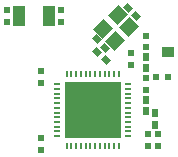
<source format=gtp>
%FSLAX24Y24*%
%MOIN*%
G70*
G01*
G75*
G04 Layer_Color=8421504*
%ADD10R,0.0197X0.0236*%
%ADD11R,0.0394X0.0709*%
%ADD12R,0.0197X0.0256*%
%ADD13R,0.0236X0.0197*%
%ADD14R,0.0400X0.0370*%
G04:AMPARAMS|DCode=15|XSize=47.2mil|YSize=43.3mil|CornerRadius=0mil|HoleSize=0mil|Usage=FLASHONLY|Rotation=225.000|XOffset=0mil|YOffset=0mil|HoleType=Round|Shape=Rectangle|*
%AMROTATEDRECTD15*
4,1,4,0.0014,0.0320,0.0320,0.0014,-0.0014,-0.0320,-0.0320,-0.0014,0.0014,0.0320,0.0*
%
%ADD15ROTATEDRECTD15*%

%ADD16O,0.0256X0.0079*%
%ADD17O,0.0079X0.0256*%
%ADD18R,0.1850X0.1850*%
G04:AMPARAMS|DCode=19|XSize=19.7mil|YSize=23.6mil|CornerRadius=0mil|HoleSize=0mil|Usage=FLASHONLY|Rotation=225.000|XOffset=0mil|YOffset=0mil|HoleType=Round|Shape=Rectangle|*
%AMROTATEDRECTD19*
4,1,4,-0.0014,0.0153,0.0153,-0.0014,0.0014,-0.0153,-0.0153,0.0014,-0.0014,0.0153,0.0*
%
%ADD19ROTATEDRECTD19*%

%ADD20C,0.0060*%
%ADD21C,0.0370*%
%ADD22C,0.0080*%
%ADD23C,0.0090*%
%ADD24C,0.0240*%
%ADD25C,0.0260*%
%ADD26C,0.0098*%
%ADD27C,0.0079*%
%ADD28C,0.0050*%
D10*
X-1050Y2943D02*
D03*
Y3337D02*
D03*
X-2850Y2943D02*
D03*
Y3337D02*
D03*
X1790Y2487D02*
D03*
Y2093D02*
D03*
Y1067D02*
D03*
Y673D02*
D03*
X2170Y-1197D02*
D03*
Y-803D02*
D03*
X1840D02*
D03*
Y-1197D02*
D03*
X-1720Y-923D02*
D03*
Y-1317D02*
D03*
X1290Y1523D02*
D03*
Y1917D02*
D03*
X-1720Y921D02*
D03*
Y1315D02*
D03*
D11*
X-1458Y3140D02*
D03*
X-2442D02*
D03*
D12*
X1790Y1767D02*
D03*
Y1393D02*
D03*
X2070Y-103D02*
D03*
Y-477D02*
D03*
X1790Y347D02*
D03*
Y-27D02*
D03*
D13*
X2497Y1090D02*
D03*
X2103D02*
D03*
D14*
X2510Y1924D02*
D03*
D15*
X1221Y2782D02*
D03*
X832Y3171D02*
D03*
X748Y2308D02*
D03*
X358Y2698D02*
D03*
D16*
X-1191Y866D02*
D03*
Y709D02*
D03*
Y551D02*
D03*
Y394D02*
D03*
Y236D02*
D03*
Y79D02*
D03*
Y-79D02*
D03*
Y-236D02*
D03*
Y-394D02*
D03*
Y-551D02*
D03*
Y-709D02*
D03*
Y-866D02*
D03*
X1191D02*
D03*
Y-709D02*
D03*
Y-551D02*
D03*
Y-394D02*
D03*
Y-236D02*
D03*
Y-79D02*
D03*
Y79D02*
D03*
Y236D02*
D03*
Y394D02*
D03*
Y551D02*
D03*
Y709D02*
D03*
Y866D02*
D03*
D17*
X-866Y-1191D02*
D03*
X-709D02*
D03*
X-551D02*
D03*
X-394D02*
D03*
X-236D02*
D03*
X-79D02*
D03*
X79D02*
D03*
X236D02*
D03*
X394D02*
D03*
X551D02*
D03*
X709D02*
D03*
X866D02*
D03*
Y1191D02*
D03*
X709D02*
D03*
X551D02*
D03*
X394D02*
D03*
X236D02*
D03*
X79D02*
D03*
X-79D02*
D03*
X-236D02*
D03*
X-394D02*
D03*
X-551D02*
D03*
X-709D02*
D03*
X-866D02*
D03*
D18*
X0Y0D02*
D03*
D19*
X429Y1661D02*
D03*
X151Y1939D02*
D03*
X409Y2081D02*
D03*
X131Y2359D02*
D03*
X1181Y3409D02*
D03*
X1459Y3131D02*
D03*
M02*

</source>
